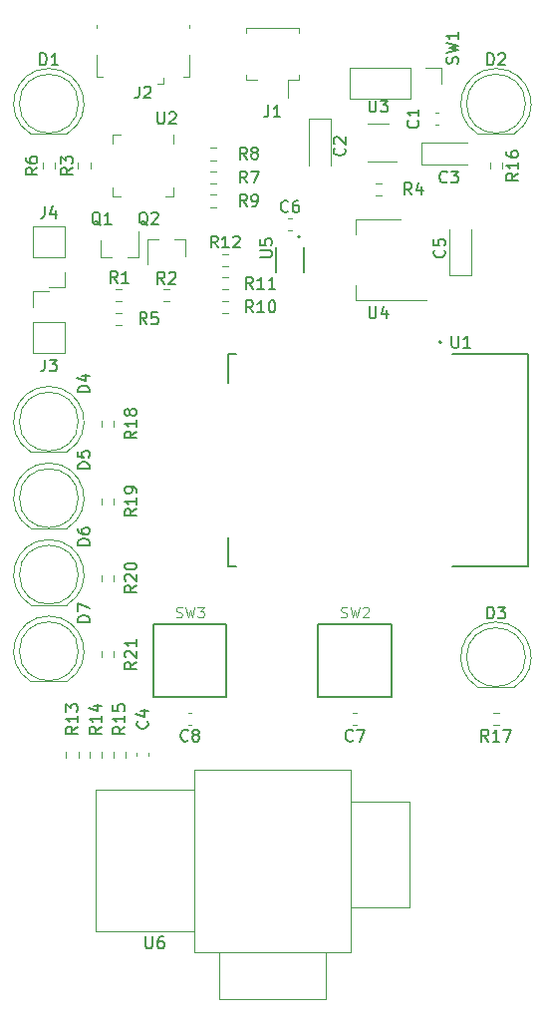
<source format=gbr>
G04 #@! TF.GenerationSoftware,KiCad,Pcbnew,(5.1.10)-1*
G04 #@! TF.CreationDate,2021-06-09T15:44:52+09:00*
G04 #@! TF.ProjectId,controller,636f6e74-726f-46c6-9c65-722e6b696361,rev?*
G04 #@! TF.SameCoordinates,Original*
G04 #@! TF.FileFunction,Legend,Top*
G04 #@! TF.FilePolarity,Positive*
%FSLAX46Y46*%
G04 Gerber Fmt 4.6, Leading zero omitted, Abs format (unit mm)*
G04 Created by KiCad (PCBNEW (5.1.10)-1) date 2021-06-09 15:44:52*
%MOMM*%
%LPD*%
G01*
G04 APERTURE LIST*
%ADD10C,0.127000*%
%ADD11C,0.200000*%
%ADD12C,0.120000*%
%ADD13C,0.066040*%
%ADD14C,0.150000*%
%ADD15C,0.101600*%
G04 APERTURE END LIST*
D10*
X43750000Y-46000000D02*
X37250000Y-46000000D01*
X43750000Y-28000000D02*
X43750000Y-46000000D01*
X37250000Y-28000000D02*
X43750000Y-28000000D01*
X18250000Y-46000000D02*
X18900000Y-46000000D01*
X18250000Y-43550000D02*
X18250000Y-46000000D01*
X18250000Y-28000000D02*
X18250000Y-30450000D01*
X18900000Y-28000000D02*
X18250000Y-28000000D01*
D11*
X36350000Y-27000000D02*
G75*
G03*
X36350000Y-27000000I-100000J0D01*
G01*
D12*
X28590000Y-3670000D02*
X28590000Y-6330000D01*
X33730000Y-3670000D02*
X28590000Y-3670000D01*
X33730000Y-6330000D02*
X28590000Y-6330000D01*
X33730000Y-3670000D02*
X33730000Y-6330000D01*
X35000000Y-3670000D02*
X36330000Y-3670000D01*
X36330000Y-3670000D02*
X36330000Y-5000000D01*
X15350000Y-63250000D02*
X28650000Y-63250000D01*
X28650000Y-63250000D02*
X28650000Y-78750000D01*
X28650000Y-78750000D02*
X15350000Y-78750000D01*
X15350000Y-78750000D02*
X15350000Y-63250000D01*
X15350000Y-65000000D02*
X7000000Y-65000000D01*
X7000000Y-65000000D02*
X7000000Y-77000000D01*
X7000000Y-77000000D02*
X15350000Y-77000000D01*
X17500000Y-78750000D02*
X17500000Y-82750000D01*
X17500000Y-82750000D02*
X26500000Y-82750000D01*
X26500000Y-82750000D02*
X26500000Y-78750000D01*
X28650000Y-75000000D02*
X33650000Y-75000000D01*
X33650000Y-75000000D02*
X33650000Y-66000000D01*
X33650000Y-66000000D02*
X28650000Y-66000000D01*
D11*
X24350000Y-18055000D02*
G75*
G03*
X24350000Y-18055000I-100000J0D01*
G01*
D10*
X24705000Y-18950000D02*
X24705000Y-21050000D01*
X22295000Y-18950000D02*
X22295000Y-21050000D01*
D12*
X29090000Y-16590000D02*
X29090000Y-17850000D01*
X29090000Y-23410000D02*
X29090000Y-22150000D01*
X32850000Y-16590000D02*
X29090000Y-16590000D01*
X35100000Y-23410000D02*
X29090000Y-23410000D01*
X31900000Y-8390000D02*
X30100000Y-8390000D01*
X30100000Y-11610000D02*
X32550000Y-11610000D01*
X13610000Y-13885000D02*
X13610000Y-14610000D01*
X13610000Y-14610000D02*
X12885000Y-14610000D01*
X8390000Y-10115000D02*
X8390000Y-9390000D01*
X8390000Y-9390000D02*
X9115000Y-9390000D01*
X8390000Y-13885000D02*
X8390000Y-14610000D01*
X8390000Y-14610000D02*
X9115000Y-14610000D01*
X13610000Y-10115000D02*
X13610000Y-9390000D01*
D10*
X11901200Y-57098800D02*
X11901200Y-50901200D01*
X18098800Y-57098800D02*
X11901200Y-57098800D01*
X18098800Y-50901200D02*
X18098800Y-57098800D01*
X11901200Y-50901200D02*
X18098800Y-50901200D01*
D13*
X11901200Y-57098800D02*
X11901200Y-50901200D01*
X11901200Y-50901200D02*
X18098800Y-50901200D01*
X18098800Y-57098800D02*
X18098800Y-50901200D01*
X11901200Y-57098800D02*
X18098800Y-57098800D01*
D10*
X25901200Y-57098800D02*
X25901200Y-50901200D01*
X32098800Y-57098800D02*
X25901200Y-57098800D01*
X32098800Y-50901200D02*
X32098800Y-57098800D01*
X25901200Y-50901200D02*
X32098800Y-50901200D01*
D13*
X25901200Y-57098800D02*
X25901200Y-50901200D01*
X25901200Y-50901200D02*
X32098800Y-50901200D01*
X32098800Y-57098800D02*
X32098800Y-50901200D01*
X25901200Y-57098800D02*
X32098800Y-57098800D01*
D12*
X7477500Y-53754724D02*
X7477500Y-53245276D01*
X8522500Y-53754724D02*
X8522500Y-53245276D01*
X7477500Y-47254724D02*
X7477500Y-46745276D01*
X8522500Y-47254724D02*
X8522500Y-46745276D01*
X7477500Y-40754724D02*
X7477500Y-40245276D01*
X8522500Y-40754724D02*
X8522500Y-40245276D01*
X7477500Y-34167224D02*
X7477500Y-33657776D01*
X8522500Y-34167224D02*
X8522500Y-33657776D01*
X41254724Y-59522500D02*
X40745276Y-59522500D01*
X41254724Y-58477500D02*
X40745276Y-58477500D01*
X41522500Y-11745276D02*
X41522500Y-12254724D01*
X40477500Y-11745276D02*
X40477500Y-12254724D01*
X8477500Y-62254724D02*
X8477500Y-61745276D01*
X9522500Y-62254724D02*
X9522500Y-61745276D01*
X7522500Y-61745276D02*
X7522500Y-62254724D01*
X6477500Y-61745276D02*
X6477500Y-62254724D01*
X4477500Y-62254724D02*
X4477500Y-61745276D01*
X5522500Y-62254724D02*
X5522500Y-61745276D01*
X18254724Y-20522500D02*
X17745276Y-20522500D01*
X18254724Y-19477500D02*
X17745276Y-19477500D01*
X18254724Y-22522500D02*
X17745276Y-22522500D01*
X18254724Y-21477500D02*
X17745276Y-21477500D01*
X18254724Y-24522500D02*
X17745276Y-24522500D01*
X18254724Y-23477500D02*
X17745276Y-23477500D01*
X17254724Y-15522500D02*
X16745276Y-15522500D01*
X17254724Y-14477500D02*
X16745276Y-14477500D01*
X17254724Y-11522500D02*
X16745276Y-11522500D01*
X17254724Y-10477500D02*
X16745276Y-10477500D01*
X17254724Y-13522500D02*
X16745276Y-13522500D01*
X17254724Y-12477500D02*
X16745276Y-12477500D01*
X2477500Y-12254724D02*
X2477500Y-11745276D01*
X3522500Y-12254724D02*
X3522500Y-11745276D01*
X8657776Y-24477500D02*
X9167224Y-24477500D01*
X8657776Y-25522500D02*
X9167224Y-25522500D01*
X30745276Y-13477500D02*
X31254724Y-13477500D01*
X30745276Y-14522500D02*
X31254724Y-14522500D01*
X5477500Y-12254724D02*
X5477500Y-11745276D01*
X6522500Y-12254724D02*
X6522500Y-11745276D01*
X12745276Y-22477500D02*
X13254724Y-22477500D01*
X12745276Y-23522500D02*
X13254724Y-23522500D01*
X9167224Y-23522500D02*
X8657776Y-23522500D01*
X9167224Y-22477500D02*
X8657776Y-22477500D01*
X14580000Y-18240000D02*
X13650000Y-18240000D01*
X11420000Y-18240000D02*
X12350000Y-18240000D01*
X11420000Y-18240000D02*
X11420000Y-20400000D01*
X14580000Y-18240000D02*
X14580000Y-19700000D01*
X7420000Y-19760000D02*
X8350000Y-19760000D01*
X10580000Y-19760000D02*
X9650000Y-19760000D01*
X10580000Y-19760000D02*
X10580000Y-17600000D01*
X7420000Y-19760000D02*
X7420000Y-18300000D01*
X4330000Y-17130000D02*
X1670000Y-17130000D01*
X4330000Y-19730000D02*
X4330000Y-17130000D01*
X1670000Y-19730000D02*
X1670000Y-17130000D01*
X4330000Y-19730000D02*
X1670000Y-19730000D01*
X4330000Y-21000000D02*
X4330000Y-22330000D01*
X4330000Y-22330000D02*
X3000000Y-22330000D01*
X1670000Y-27870000D02*
X4330000Y-27870000D01*
X1670000Y-25270000D02*
X1670000Y-27870000D01*
X4330000Y-25270000D02*
X4330000Y-27870000D01*
X1670000Y-25270000D02*
X4330000Y-25270000D01*
X1670000Y-24000000D02*
X1670000Y-22670000D01*
X1670000Y-22670000D02*
X3000000Y-22670000D01*
X14900000Y-4462500D02*
X14450000Y-4462500D01*
X14900000Y-2612500D02*
X14900000Y-4462500D01*
X7100000Y-62500D02*
X7100000Y-312500D01*
X14900000Y-62500D02*
X14900000Y-312500D01*
X7100000Y-2612500D02*
X7100000Y-4462500D01*
X7100000Y-4462500D02*
X7550000Y-4462500D01*
X12700000Y-5012500D02*
X12250000Y-5012500D01*
X12700000Y-5012500D02*
X12700000Y-4562500D01*
X24235000Y-4260000D02*
X24235000Y-4710000D01*
X24235000Y-4710000D02*
X23285000Y-4710000D01*
X23285000Y-4710000D02*
X23285000Y-6200000D01*
X19765000Y-4260000D02*
X19765000Y-4710000D01*
X19765000Y-4710000D02*
X20715000Y-4710000D01*
X24235000Y-740000D02*
X24235000Y-290000D01*
X24235000Y-290000D02*
X19765000Y-290000D01*
X19765000Y-290000D02*
X19765000Y-740000D01*
X2999538Y-50240000D02*
G75*
G02*
X4544830Y-55790000I462J-2990000D01*
G01*
X3000462Y-50240000D02*
G75*
G03*
X1455170Y-55790000I-462J-2990000D01*
G01*
X5500000Y-53230000D02*
G75*
G03*
X5500000Y-53230000I-2500000J0D01*
G01*
X1455000Y-55790000D02*
X4545000Y-55790000D01*
X2999538Y-43740000D02*
G75*
G02*
X4544830Y-49290000I462J-2990000D01*
G01*
X3000462Y-43740000D02*
G75*
G03*
X1455170Y-49290000I-462J-2990000D01*
G01*
X5500000Y-46730000D02*
G75*
G03*
X5500000Y-46730000I-2500000J0D01*
G01*
X1455000Y-49290000D02*
X4545000Y-49290000D01*
X2999538Y-37240000D02*
G75*
G02*
X4544830Y-42790000I462J-2990000D01*
G01*
X3000462Y-37240000D02*
G75*
G03*
X1455170Y-42790000I-462J-2990000D01*
G01*
X5500000Y-40230000D02*
G75*
G03*
X5500000Y-40230000I-2500000J0D01*
G01*
X1455000Y-42790000D02*
X4545000Y-42790000D01*
X2999538Y-30740000D02*
G75*
G02*
X4544830Y-36290000I462J-2990000D01*
G01*
X3000462Y-30740000D02*
G75*
G03*
X1455170Y-36290000I-462J-2990000D01*
G01*
X5500000Y-33730000D02*
G75*
G03*
X5500000Y-33730000I-2500000J0D01*
G01*
X1455000Y-36290000D02*
X4545000Y-36290000D01*
X40999538Y-50740000D02*
G75*
G02*
X42544830Y-56290000I462J-2990000D01*
G01*
X41000462Y-50740000D02*
G75*
G03*
X39455170Y-56290000I-462J-2990000D01*
G01*
X43500000Y-53730000D02*
G75*
G03*
X43500000Y-53730000I-2500000J0D01*
G01*
X39455000Y-56290000D02*
X42545000Y-56290000D01*
X40999538Y-3740000D02*
G75*
G02*
X42544830Y-9290000I462J-2990000D01*
G01*
X41000462Y-3740000D02*
G75*
G03*
X39455170Y-9290000I-462J-2990000D01*
G01*
X43500000Y-6730000D02*
G75*
G03*
X43500000Y-6730000I-2500000J0D01*
G01*
X39455000Y-9290000D02*
X42545000Y-9290000D01*
X2999538Y-3740000D02*
G75*
G02*
X4544830Y-9290000I462J-2990000D01*
G01*
X3000462Y-3740000D02*
G75*
G03*
X1455170Y-9290000I-462J-2990000D01*
G01*
X5500000Y-6730000D02*
G75*
G03*
X5500000Y-6730000I-2500000J0D01*
G01*
X1455000Y-9290000D02*
X4545000Y-9290000D01*
X15146267Y-59510000D02*
X14853733Y-59510000D01*
X15146267Y-58490000D02*
X14853733Y-58490000D01*
X29146267Y-59510000D02*
X28853733Y-59510000D01*
X29146267Y-58490000D02*
X28853733Y-58490000D01*
X23646267Y-17510000D02*
X23353733Y-17510000D01*
X23646267Y-16490000D02*
X23353733Y-16490000D01*
X37065000Y-17400000D02*
X37065000Y-21310000D01*
X37065000Y-21310000D02*
X38935000Y-21310000D01*
X38935000Y-21310000D02*
X38935000Y-17400000D01*
X10490000Y-62146267D02*
X10490000Y-61853733D01*
X11510000Y-62146267D02*
X11510000Y-61853733D01*
X38600000Y-10065000D02*
X34690000Y-10065000D01*
X34690000Y-10065000D02*
X34690000Y-11935000D01*
X34690000Y-11935000D02*
X38600000Y-11935000D01*
X26935000Y-11950000D02*
X26935000Y-8040000D01*
X26935000Y-8040000D02*
X25065000Y-8040000D01*
X25065000Y-8040000D02*
X25065000Y-11950000D01*
X35853733Y-7490000D02*
X36146267Y-7490000D01*
X35853733Y-8510000D02*
X36146267Y-8510000D01*
D14*
X37238095Y-26452380D02*
X37238095Y-27261904D01*
X37285714Y-27357142D01*
X37333333Y-27404761D01*
X37428571Y-27452380D01*
X37619047Y-27452380D01*
X37714285Y-27404761D01*
X37761904Y-27357142D01*
X37809523Y-27261904D01*
X37809523Y-26452380D01*
X38809523Y-27452380D02*
X38238095Y-27452380D01*
X38523809Y-27452380D02*
X38523809Y-26452380D01*
X38428571Y-26595238D01*
X38333333Y-26690476D01*
X38238095Y-26738095D01*
X37734761Y-3333333D02*
X37782380Y-3190476D01*
X37782380Y-2952380D01*
X37734761Y-2857142D01*
X37687142Y-2809523D01*
X37591904Y-2761904D01*
X37496666Y-2761904D01*
X37401428Y-2809523D01*
X37353809Y-2857142D01*
X37306190Y-2952380D01*
X37258571Y-3142857D01*
X37210952Y-3238095D01*
X37163333Y-3285714D01*
X37068095Y-3333333D01*
X36972857Y-3333333D01*
X36877619Y-3285714D01*
X36830000Y-3238095D01*
X36782380Y-3142857D01*
X36782380Y-2904761D01*
X36830000Y-2761904D01*
X36782380Y-2428571D02*
X37782380Y-2190476D01*
X37068095Y-2000000D01*
X37782380Y-1809523D01*
X36782380Y-1571428D01*
X37782380Y-666666D02*
X37782380Y-1238095D01*
X37782380Y-952380D02*
X36782380Y-952380D01*
X36925238Y-1047619D01*
X37020476Y-1142857D01*
X37068095Y-1238095D01*
X11238095Y-77452380D02*
X11238095Y-78261904D01*
X11285714Y-78357142D01*
X11333333Y-78404761D01*
X11428571Y-78452380D01*
X11619047Y-78452380D01*
X11714285Y-78404761D01*
X11761904Y-78357142D01*
X11809523Y-78261904D01*
X11809523Y-77452380D01*
X12714285Y-77452380D02*
X12523809Y-77452380D01*
X12428571Y-77500000D01*
X12380952Y-77547619D01*
X12285714Y-77690476D01*
X12238095Y-77880952D01*
X12238095Y-78261904D01*
X12285714Y-78357142D01*
X12333333Y-78404761D01*
X12428571Y-78452380D01*
X12619047Y-78452380D01*
X12714285Y-78404761D01*
X12761904Y-78357142D01*
X12809523Y-78261904D01*
X12809523Y-78023809D01*
X12761904Y-77928571D01*
X12714285Y-77880952D01*
X12619047Y-77833333D01*
X12428571Y-77833333D01*
X12333333Y-77880952D01*
X12285714Y-77928571D01*
X12238095Y-78023809D01*
X20952380Y-19761904D02*
X21761904Y-19761904D01*
X21857142Y-19714285D01*
X21904761Y-19666666D01*
X21952380Y-19571428D01*
X21952380Y-19380952D01*
X21904761Y-19285714D01*
X21857142Y-19238095D01*
X21761904Y-19190476D01*
X20952380Y-19190476D01*
X20952380Y-18238095D02*
X20952380Y-18714285D01*
X21428571Y-18761904D01*
X21380952Y-18714285D01*
X21333333Y-18619047D01*
X21333333Y-18380952D01*
X21380952Y-18285714D01*
X21428571Y-18238095D01*
X21523809Y-18190476D01*
X21761904Y-18190476D01*
X21857142Y-18238095D01*
X21904761Y-18285714D01*
X21952380Y-18380952D01*
X21952380Y-18619047D01*
X21904761Y-18714285D01*
X21857142Y-18761904D01*
X30238095Y-23952380D02*
X30238095Y-24761904D01*
X30285714Y-24857142D01*
X30333333Y-24904761D01*
X30428571Y-24952380D01*
X30619047Y-24952380D01*
X30714285Y-24904761D01*
X30761904Y-24857142D01*
X30809523Y-24761904D01*
X30809523Y-23952380D01*
X31714285Y-24285714D02*
X31714285Y-24952380D01*
X31476190Y-23904761D02*
X31238095Y-24619047D01*
X31857142Y-24619047D01*
X30238095Y-6452380D02*
X30238095Y-7261904D01*
X30285714Y-7357142D01*
X30333333Y-7404761D01*
X30428571Y-7452380D01*
X30619047Y-7452380D01*
X30714285Y-7404761D01*
X30761904Y-7357142D01*
X30809523Y-7261904D01*
X30809523Y-6452380D01*
X31190476Y-6452380D02*
X31809523Y-6452380D01*
X31476190Y-6833333D01*
X31619047Y-6833333D01*
X31714285Y-6880952D01*
X31761904Y-6928571D01*
X31809523Y-7023809D01*
X31809523Y-7261904D01*
X31761904Y-7357142D01*
X31714285Y-7404761D01*
X31619047Y-7452380D01*
X31333333Y-7452380D01*
X31238095Y-7404761D01*
X31190476Y-7357142D01*
X12238095Y-7452380D02*
X12238095Y-8261904D01*
X12285714Y-8357142D01*
X12333333Y-8404761D01*
X12428571Y-8452380D01*
X12619047Y-8452380D01*
X12714285Y-8404761D01*
X12761904Y-8357142D01*
X12809523Y-8261904D01*
X12809523Y-7452380D01*
X13238095Y-7547619D02*
X13285714Y-7500000D01*
X13380952Y-7452380D01*
X13619047Y-7452380D01*
X13714285Y-7500000D01*
X13761904Y-7547619D01*
X13809523Y-7642857D01*
X13809523Y-7738095D01*
X13761904Y-7880952D01*
X13190476Y-8452380D01*
X13809523Y-8452380D01*
D15*
X13814666Y-50295833D02*
X13941666Y-50338166D01*
X14153333Y-50338166D01*
X14238000Y-50295833D01*
X14280333Y-50253500D01*
X14322666Y-50168833D01*
X14322666Y-50084166D01*
X14280333Y-49999500D01*
X14238000Y-49957166D01*
X14153333Y-49914833D01*
X13984000Y-49872500D01*
X13899333Y-49830166D01*
X13857000Y-49787833D01*
X13814666Y-49703166D01*
X13814666Y-49618500D01*
X13857000Y-49533833D01*
X13899333Y-49491500D01*
X13984000Y-49449166D01*
X14195666Y-49449166D01*
X14322666Y-49491500D01*
X14619000Y-49449166D02*
X14830666Y-50338166D01*
X15000000Y-49703166D01*
X15169333Y-50338166D01*
X15381000Y-49449166D01*
X15635000Y-49449166D02*
X16185333Y-49449166D01*
X15889000Y-49787833D01*
X16016000Y-49787833D01*
X16100666Y-49830166D01*
X16143000Y-49872500D01*
X16185333Y-49957166D01*
X16185333Y-50168833D01*
X16143000Y-50253500D01*
X16100666Y-50295833D01*
X16016000Y-50338166D01*
X15762000Y-50338166D01*
X15677333Y-50295833D01*
X15635000Y-50253500D01*
X27814666Y-50295833D02*
X27941666Y-50338166D01*
X28153333Y-50338166D01*
X28238000Y-50295833D01*
X28280333Y-50253500D01*
X28322666Y-50168833D01*
X28322666Y-50084166D01*
X28280333Y-49999500D01*
X28238000Y-49957166D01*
X28153333Y-49914833D01*
X27984000Y-49872500D01*
X27899333Y-49830166D01*
X27857000Y-49787833D01*
X27814666Y-49703166D01*
X27814666Y-49618500D01*
X27857000Y-49533833D01*
X27899333Y-49491500D01*
X27984000Y-49449166D01*
X28195666Y-49449166D01*
X28322666Y-49491500D01*
X28619000Y-49449166D02*
X28830666Y-50338166D01*
X29000000Y-49703166D01*
X29169333Y-50338166D01*
X29381000Y-49449166D01*
X29677333Y-49533833D02*
X29719666Y-49491500D01*
X29804333Y-49449166D01*
X30016000Y-49449166D01*
X30100666Y-49491500D01*
X30143000Y-49533833D01*
X30185333Y-49618500D01*
X30185333Y-49703166D01*
X30143000Y-49830166D01*
X29635000Y-50338166D01*
X30185333Y-50338166D01*
D14*
X10452380Y-54142857D02*
X9976190Y-54476190D01*
X10452380Y-54714285D02*
X9452380Y-54714285D01*
X9452380Y-54333333D01*
X9500000Y-54238095D01*
X9547619Y-54190476D01*
X9642857Y-54142857D01*
X9785714Y-54142857D01*
X9880952Y-54190476D01*
X9928571Y-54238095D01*
X9976190Y-54333333D01*
X9976190Y-54714285D01*
X9547619Y-53761904D02*
X9500000Y-53714285D01*
X9452380Y-53619047D01*
X9452380Y-53380952D01*
X9500000Y-53285714D01*
X9547619Y-53238095D01*
X9642857Y-53190476D01*
X9738095Y-53190476D01*
X9880952Y-53238095D01*
X10452380Y-53809523D01*
X10452380Y-53190476D01*
X10452380Y-52238095D02*
X10452380Y-52809523D01*
X10452380Y-52523809D02*
X9452380Y-52523809D01*
X9595238Y-52619047D01*
X9690476Y-52714285D01*
X9738095Y-52809523D01*
X10452380Y-47642857D02*
X9976190Y-47976190D01*
X10452380Y-48214285D02*
X9452380Y-48214285D01*
X9452380Y-47833333D01*
X9500000Y-47738095D01*
X9547619Y-47690476D01*
X9642857Y-47642857D01*
X9785714Y-47642857D01*
X9880952Y-47690476D01*
X9928571Y-47738095D01*
X9976190Y-47833333D01*
X9976190Y-48214285D01*
X9547619Y-47261904D02*
X9500000Y-47214285D01*
X9452380Y-47119047D01*
X9452380Y-46880952D01*
X9500000Y-46785714D01*
X9547619Y-46738095D01*
X9642857Y-46690476D01*
X9738095Y-46690476D01*
X9880952Y-46738095D01*
X10452380Y-47309523D01*
X10452380Y-46690476D01*
X9452380Y-46071428D02*
X9452380Y-45976190D01*
X9500000Y-45880952D01*
X9547619Y-45833333D01*
X9642857Y-45785714D01*
X9833333Y-45738095D01*
X10071428Y-45738095D01*
X10261904Y-45785714D01*
X10357142Y-45833333D01*
X10404761Y-45880952D01*
X10452380Y-45976190D01*
X10452380Y-46071428D01*
X10404761Y-46166666D01*
X10357142Y-46214285D01*
X10261904Y-46261904D01*
X10071428Y-46309523D01*
X9833333Y-46309523D01*
X9642857Y-46261904D01*
X9547619Y-46214285D01*
X9500000Y-46166666D01*
X9452380Y-46071428D01*
X10452380Y-41142857D02*
X9976190Y-41476190D01*
X10452380Y-41714285D02*
X9452380Y-41714285D01*
X9452380Y-41333333D01*
X9500000Y-41238095D01*
X9547619Y-41190476D01*
X9642857Y-41142857D01*
X9785714Y-41142857D01*
X9880952Y-41190476D01*
X9928571Y-41238095D01*
X9976190Y-41333333D01*
X9976190Y-41714285D01*
X10452380Y-40190476D02*
X10452380Y-40761904D01*
X10452380Y-40476190D02*
X9452380Y-40476190D01*
X9595238Y-40571428D01*
X9690476Y-40666666D01*
X9738095Y-40761904D01*
X10452380Y-39714285D02*
X10452380Y-39523809D01*
X10404761Y-39428571D01*
X10357142Y-39380952D01*
X10214285Y-39285714D01*
X10023809Y-39238095D01*
X9642857Y-39238095D01*
X9547619Y-39285714D01*
X9500000Y-39333333D01*
X9452380Y-39428571D01*
X9452380Y-39619047D01*
X9500000Y-39714285D01*
X9547619Y-39761904D01*
X9642857Y-39809523D01*
X9880952Y-39809523D01*
X9976190Y-39761904D01*
X10023809Y-39714285D01*
X10071428Y-39619047D01*
X10071428Y-39428571D01*
X10023809Y-39333333D01*
X9976190Y-39285714D01*
X9880952Y-39238095D01*
X10452380Y-34555357D02*
X9976190Y-34888690D01*
X10452380Y-35126785D02*
X9452380Y-35126785D01*
X9452380Y-34745833D01*
X9500000Y-34650595D01*
X9547619Y-34602976D01*
X9642857Y-34555357D01*
X9785714Y-34555357D01*
X9880952Y-34602976D01*
X9928571Y-34650595D01*
X9976190Y-34745833D01*
X9976190Y-35126785D01*
X10452380Y-33602976D02*
X10452380Y-34174404D01*
X10452380Y-33888690D02*
X9452380Y-33888690D01*
X9595238Y-33983928D01*
X9690476Y-34079166D01*
X9738095Y-34174404D01*
X9880952Y-33031547D02*
X9833333Y-33126785D01*
X9785714Y-33174404D01*
X9690476Y-33222023D01*
X9642857Y-33222023D01*
X9547619Y-33174404D01*
X9500000Y-33126785D01*
X9452380Y-33031547D01*
X9452380Y-32841071D01*
X9500000Y-32745833D01*
X9547619Y-32698214D01*
X9642857Y-32650595D01*
X9690476Y-32650595D01*
X9785714Y-32698214D01*
X9833333Y-32745833D01*
X9880952Y-32841071D01*
X9880952Y-33031547D01*
X9928571Y-33126785D01*
X9976190Y-33174404D01*
X10071428Y-33222023D01*
X10261904Y-33222023D01*
X10357142Y-33174404D01*
X10404761Y-33126785D01*
X10452380Y-33031547D01*
X10452380Y-32841071D01*
X10404761Y-32745833D01*
X10357142Y-32698214D01*
X10261904Y-32650595D01*
X10071428Y-32650595D01*
X9976190Y-32698214D01*
X9928571Y-32745833D01*
X9880952Y-32841071D01*
X40357142Y-60882380D02*
X40023809Y-60406190D01*
X39785714Y-60882380D02*
X39785714Y-59882380D01*
X40166666Y-59882380D01*
X40261904Y-59930000D01*
X40309523Y-59977619D01*
X40357142Y-60072857D01*
X40357142Y-60215714D01*
X40309523Y-60310952D01*
X40261904Y-60358571D01*
X40166666Y-60406190D01*
X39785714Y-60406190D01*
X41309523Y-60882380D02*
X40738095Y-60882380D01*
X41023809Y-60882380D02*
X41023809Y-59882380D01*
X40928571Y-60025238D01*
X40833333Y-60120476D01*
X40738095Y-60168095D01*
X41642857Y-59882380D02*
X42309523Y-59882380D01*
X41880952Y-60882380D01*
X42882380Y-12642857D02*
X42406190Y-12976190D01*
X42882380Y-13214285D02*
X41882380Y-13214285D01*
X41882380Y-12833333D01*
X41930000Y-12738095D01*
X41977619Y-12690476D01*
X42072857Y-12642857D01*
X42215714Y-12642857D01*
X42310952Y-12690476D01*
X42358571Y-12738095D01*
X42406190Y-12833333D01*
X42406190Y-13214285D01*
X42882380Y-11690476D02*
X42882380Y-12261904D01*
X42882380Y-11976190D02*
X41882380Y-11976190D01*
X42025238Y-12071428D01*
X42120476Y-12166666D01*
X42168095Y-12261904D01*
X41882380Y-10833333D02*
X41882380Y-11023809D01*
X41930000Y-11119047D01*
X41977619Y-11166666D01*
X42120476Y-11261904D01*
X42310952Y-11309523D01*
X42691904Y-11309523D01*
X42787142Y-11261904D01*
X42834761Y-11214285D01*
X42882380Y-11119047D01*
X42882380Y-10928571D01*
X42834761Y-10833333D01*
X42787142Y-10785714D01*
X42691904Y-10738095D01*
X42453809Y-10738095D01*
X42358571Y-10785714D01*
X42310952Y-10833333D01*
X42263333Y-10928571D01*
X42263333Y-11119047D01*
X42310952Y-11214285D01*
X42358571Y-11261904D01*
X42453809Y-11309523D01*
X9452380Y-59642857D02*
X8976190Y-59976190D01*
X9452380Y-60214285D02*
X8452380Y-60214285D01*
X8452380Y-59833333D01*
X8500000Y-59738095D01*
X8547619Y-59690476D01*
X8642857Y-59642857D01*
X8785714Y-59642857D01*
X8880952Y-59690476D01*
X8928571Y-59738095D01*
X8976190Y-59833333D01*
X8976190Y-60214285D01*
X9452380Y-58690476D02*
X9452380Y-59261904D01*
X9452380Y-58976190D02*
X8452380Y-58976190D01*
X8595238Y-59071428D01*
X8690476Y-59166666D01*
X8738095Y-59261904D01*
X8452380Y-57785714D02*
X8452380Y-58261904D01*
X8928571Y-58309523D01*
X8880952Y-58261904D01*
X8833333Y-58166666D01*
X8833333Y-57928571D01*
X8880952Y-57833333D01*
X8928571Y-57785714D01*
X9023809Y-57738095D01*
X9261904Y-57738095D01*
X9357142Y-57785714D01*
X9404761Y-57833333D01*
X9452380Y-57928571D01*
X9452380Y-58166666D01*
X9404761Y-58261904D01*
X9357142Y-58309523D01*
X7452380Y-59642857D02*
X6976190Y-59976190D01*
X7452380Y-60214285D02*
X6452380Y-60214285D01*
X6452380Y-59833333D01*
X6500000Y-59738095D01*
X6547619Y-59690476D01*
X6642857Y-59642857D01*
X6785714Y-59642857D01*
X6880952Y-59690476D01*
X6928571Y-59738095D01*
X6976190Y-59833333D01*
X6976190Y-60214285D01*
X7452380Y-58690476D02*
X7452380Y-59261904D01*
X7452380Y-58976190D02*
X6452380Y-58976190D01*
X6595238Y-59071428D01*
X6690476Y-59166666D01*
X6738095Y-59261904D01*
X6785714Y-57833333D02*
X7452380Y-57833333D01*
X6404761Y-58071428D02*
X7119047Y-58309523D01*
X7119047Y-57690476D01*
X5452380Y-59642857D02*
X4976190Y-59976190D01*
X5452380Y-60214285D02*
X4452380Y-60214285D01*
X4452380Y-59833333D01*
X4500000Y-59738095D01*
X4547619Y-59690476D01*
X4642857Y-59642857D01*
X4785714Y-59642857D01*
X4880952Y-59690476D01*
X4928571Y-59738095D01*
X4976190Y-59833333D01*
X4976190Y-60214285D01*
X5452380Y-58690476D02*
X5452380Y-59261904D01*
X5452380Y-58976190D02*
X4452380Y-58976190D01*
X4595238Y-59071428D01*
X4690476Y-59166666D01*
X4738095Y-59261904D01*
X4452380Y-58357142D02*
X4452380Y-57738095D01*
X4833333Y-58071428D01*
X4833333Y-57928571D01*
X4880952Y-57833333D01*
X4928571Y-57785714D01*
X5023809Y-57738095D01*
X5261904Y-57738095D01*
X5357142Y-57785714D01*
X5404761Y-57833333D01*
X5452380Y-57928571D01*
X5452380Y-58214285D01*
X5404761Y-58309523D01*
X5357142Y-58357142D01*
X17357142Y-18952380D02*
X17023809Y-18476190D01*
X16785714Y-18952380D02*
X16785714Y-17952380D01*
X17166666Y-17952380D01*
X17261904Y-18000000D01*
X17309523Y-18047619D01*
X17357142Y-18142857D01*
X17357142Y-18285714D01*
X17309523Y-18380952D01*
X17261904Y-18428571D01*
X17166666Y-18476190D01*
X16785714Y-18476190D01*
X18309523Y-18952380D02*
X17738095Y-18952380D01*
X18023809Y-18952380D02*
X18023809Y-17952380D01*
X17928571Y-18095238D01*
X17833333Y-18190476D01*
X17738095Y-18238095D01*
X18690476Y-18047619D02*
X18738095Y-18000000D01*
X18833333Y-17952380D01*
X19071428Y-17952380D01*
X19166666Y-18000000D01*
X19214285Y-18047619D01*
X19261904Y-18142857D01*
X19261904Y-18238095D01*
X19214285Y-18380952D01*
X18642857Y-18952380D01*
X19261904Y-18952380D01*
X20357142Y-22452380D02*
X20023809Y-21976190D01*
X19785714Y-22452380D02*
X19785714Y-21452380D01*
X20166666Y-21452380D01*
X20261904Y-21500000D01*
X20309523Y-21547619D01*
X20357142Y-21642857D01*
X20357142Y-21785714D01*
X20309523Y-21880952D01*
X20261904Y-21928571D01*
X20166666Y-21976190D01*
X19785714Y-21976190D01*
X21309523Y-22452380D02*
X20738095Y-22452380D01*
X21023809Y-22452380D02*
X21023809Y-21452380D01*
X20928571Y-21595238D01*
X20833333Y-21690476D01*
X20738095Y-21738095D01*
X22261904Y-22452380D02*
X21690476Y-22452380D01*
X21976190Y-22452380D02*
X21976190Y-21452380D01*
X21880952Y-21595238D01*
X21785714Y-21690476D01*
X21690476Y-21738095D01*
X20357142Y-24452380D02*
X20023809Y-23976190D01*
X19785714Y-24452380D02*
X19785714Y-23452380D01*
X20166666Y-23452380D01*
X20261904Y-23500000D01*
X20309523Y-23547619D01*
X20357142Y-23642857D01*
X20357142Y-23785714D01*
X20309523Y-23880952D01*
X20261904Y-23928571D01*
X20166666Y-23976190D01*
X19785714Y-23976190D01*
X21309523Y-24452380D02*
X20738095Y-24452380D01*
X21023809Y-24452380D02*
X21023809Y-23452380D01*
X20928571Y-23595238D01*
X20833333Y-23690476D01*
X20738095Y-23738095D01*
X21928571Y-23452380D02*
X22023809Y-23452380D01*
X22119047Y-23500000D01*
X22166666Y-23547619D01*
X22214285Y-23642857D01*
X22261904Y-23833333D01*
X22261904Y-24071428D01*
X22214285Y-24261904D01*
X22166666Y-24357142D01*
X22119047Y-24404761D01*
X22023809Y-24452380D01*
X21928571Y-24452380D01*
X21833333Y-24404761D01*
X21785714Y-24357142D01*
X21738095Y-24261904D01*
X21690476Y-24071428D01*
X21690476Y-23833333D01*
X21738095Y-23642857D01*
X21785714Y-23547619D01*
X21833333Y-23500000D01*
X21928571Y-23452380D01*
X19833333Y-15452380D02*
X19500000Y-14976190D01*
X19261904Y-15452380D02*
X19261904Y-14452380D01*
X19642857Y-14452380D01*
X19738095Y-14500000D01*
X19785714Y-14547619D01*
X19833333Y-14642857D01*
X19833333Y-14785714D01*
X19785714Y-14880952D01*
X19738095Y-14928571D01*
X19642857Y-14976190D01*
X19261904Y-14976190D01*
X20309523Y-15452380D02*
X20500000Y-15452380D01*
X20595238Y-15404761D01*
X20642857Y-15357142D01*
X20738095Y-15214285D01*
X20785714Y-15023809D01*
X20785714Y-14642857D01*
X20738095Y-14547619D01*
X20690476Y-14500000D01*
X20595238Y-14452380D01*
X20404761Y-14452380D01*
X20309523Y-14500000D01*
X20261904Y-14547619D01*
X20214285Y-14642857D01*
X20214285Y-14880952D01*
X20261904Y-14976190D01*
X20309523Y-15023809D01*
X20404761Y-15071428D01*
X20595238Y-15071428D01*
X20690476Y-15023809D01*
X20738095Y-14976190D01*
X20785714Y-14880952D01*
X19833333Y-11452380D02*
X19500000Y-10976190D01*
X19261904Y-11452380D02*
X19261904Y-10452380D01*
X19642857Y-10452380D01*
X19738095Y-10500000D01*
X19785714Y-10547619D01*
X19833333Y-10642857D01*
X19833333Y-10785714D01*
X19785714Y-10880952D01*
X19738095Y-10928571D01*
X19642857Y-10976190D01*
X19261904Y-10976190D01*
X20404761Y-10880952D02*
X20309523Y-10833333D01*
X20261904Y-10785714D01*
X20214285Y-10690476D01*
X20214285Y-10642857D01*
X20261904Y-10547619D01*
X20309523Y-10500000D01*
X20404761Y-10452380D01*
X20595238Y-10452380D01*
X20690476Y-10500000D01*
X20738095Y-10547619D01*
X20785714Y-10642857D01*
X20785714Y-10690476D01*
X20738095Y-10785714D01*
X20690476Y-10833333D01*
X20595238Y-10880952D01*
X20404761Y-10880952D01*
X20309523Y-10928571D01*
X20261904Y-10976190D01*
X20214285Y-11071428D01*
X20214285Y-11261904D01*
X20261904Y-11357142D01*
X20309523Y-11404761D01*
X20404761Y-11452380D01*
X20595238Y-11452380D01*
X20690476Y-11404761D01*
X20738095Y-11357142D01*
X20785714Y-11261904D01*
X20785714Y-11071428D01*
X20738095Y-10976190D01*
X20690476Y-10928571D01*
X20595238Y-10880952D01*
X19833333Y-13452380D02*
X19500000Y-12976190D01*
X19261904Y-13452380D02*
X19261904Y-12452380D01*
X19642857Y-12452380D01*
X19738095Y-12500000D01*
X19785714Y-12547619D01*
X19833333Y-12642857D01*
X19833333Y-12785714D01*
X19785714Y-12880952D01*
X19738095Y-12928571D01*
X19642857Y-12976190D01*
X19261904Y-12976190D01*
X20166666Y-12452380D02*
X20833333Y-12452380D01*
X20404761Y-13452380D01*
X2022380Y-12166666D02*
X1546190Y-12500000D01*
X2022380Y-12738095D02*
X1022380Y-12738095D01*
X1022380Y-12357142D01*
X1070000Y-12261904D01*
X1117619Y-12214285D01*
X1212857Y-12166666D01*
X1355714Y-12166666D01*
X1450952Y-12214285D01*
X1498571Y-12261904D01*
X1546190Y-12357142D01*
X1546190Y-12738095D01*
X1022380Y-11309523D02*
X1022380Y-11500000D01*
X1070000Y-11595238D01*
X1117619Y-11642857D01*
X1260476Y-11738095D01*
X1450952Y-11785714D01*
X1831904Y-11785714D01*
X1927142Y-11738095D01*
X1974761Y-11690476D01*
X2022380Y-11595238D01*
X2022380Y-11404761D01*
X1974761Y-11309523D01*
X1927142Y-11261904D01*
X1831904Y-11214285D01*
X1593809Y-11214285D01*
X1498571Y-11261904D01*
X1450952Y-11309523D01*
X1403333Y-11404761D01*
X1403333Y-11595238D01*
X1450952Y-11690476D01*
X1498571Y-11738095D01*
X1593809Y-11785714D01*
X11333333Y-25452380D02*
X11000000Y-24976190D01*
X10761904Y-25452380D02*
X10761904Y-24452380D01*
X11142857Y-24452380D01*
X11238095Y-24500000D01*
X11285714Y-24547619D01*
X11333333Y-24642857D01*
X11333333Y-24785714D01*
X11285714Y-24880952D01*
X11238095Y-24928571D01*
X11142857Y-24976190D01*
X10761904Y-24976190D01*
X12238095Y-24452380D02*
X11761904Y-24452380D01*
X11714285Y-24928571D01*
X11761904Y-24880952D01*
X11857142Y-24833333D01*
X12095238Y-24833333D01*
X12190476Y-24880952D01*
X12238095Y-24928571D01*
X12285714Y-25023809D01*
X12285714Y-25261904D01*
X12238095Y-25357142D01*
X12190476Y-25404761D01*
X12095238Y-25452380D01*
X11857142Y-25452380D01*
X11761904Y-25404761D01*
X11714285Y-25357142D01*
X33833333Y-14452380D02*
X33500000Y-13976190D01*
X33261904Y-14452380D02*
X33261904Y-13452380D01*
X33642857Y-13452380D01*
X33738095Y-13500000D01*
X33785714Y-13547619D01*
X33833333Y-13642857D01*
X33833333Y-13785714D01*
X33785714Y-13880952D01*
X33738095Y-13928571D01*
X33642857Y-13976190D01*
X33261904Y-13976190D01*
X34690476Y-13785714D02*
X34690476Y-14452380D01*
X34452380Y-13404761D02*
X34214285Y-14119047D01*
X34833333Y-14119047D01*
X5022380Y-12166666D02*
X4546190Y-12500000D01*
X5022380Y-12738095D02*
X4022380Y-12738095D01*
X4022380Y-12357142D01*
X4070000Y-12261904D01*
X4117619Y-12214285D01*
X4212857Y-12166666D01*
X4355714Y-12166666D01*
X4450952Y-12214285D01*
X4498571Y-12261904D01*
X4546190Y-12357142D01*
X4546190Y-12738095D01*
X4022380Y-11833333D02*
X4022380Y-11214285D01*
X4403333Y-11547619D01*
X4403333Y-11404761D01*
X4450952Y-11309523D01*
X4498571Y-11261904D01*
X4593809Y-11214285D01*
X4831904Y-11214285D01*
X4927142Y-11261904D01*
X4974761Y-11309523D01*
X5022380Y-11404761D01*
X5022380Y-11690476D01*
X4974761Y-11785714D01*
X4927142Y-11833333D01*
X12833333Y-22022380D02*
X12500000Y-21546190D01*
X12261904Y-22022380D02*
X12261904Y-21022380D01*
X12642857Y-21022380D01*
X12738095Y-21070000D01*
X12785714Y-21117619D01*
X12833333Y-21212857D01*
X12833333Y-21355714D01*
X12785714Y-21450952D01*
X12738095Y-21498571D01*
X12642857Y-21546190D01*
X12261904Y-21546190D01*
X13214285Y-21117619D02*
X13261904Y-21070000D01*
X13357142Y-21022380D01*
X13595238Y-21022380D01*
X13690476Y-21070000D01*
X13738095Y-21117619D01*
X13785714Y-21212857D01*
X13785714Y-21308095D01*
X13738095Y-21450952D01*
X13166666Y-22022380D01*
X13785714Y-22022380D01*
X8833333Y-21952380D02*
X8500000Y-21476190D01*
X8261904Y-21952380D02*
X8261904Y-20952380D01*
X8642857Y-20952380D01*
X8738095Y-21000000D01*
X8785714Y-21047619D01*
X8833333Y-21142857D01*
X8833333Y-21285714D01*
X8785714Y-21380952D01*
X8738095Y-21428571D01*
X8642857Y-21476190D01*
X8261904Y-21476190D01*
X9785714Y-21952380D02*
X9214285Y-21952380D01*
X9500000Y-21952380D02*
X9500000Y-20952380D01*
X9404761Y-21095238D01*
X9309523Y-21190476D01*
X9214285Y-21238095D01*
X11404761Y-17047619D02*
X11309523Y-17000000D01*
X11214285Y-16904761D01*
X11071428Y-16761904D01*
X10976190Y-16714285D01*
X10880952Y-16714285D01*
X10928571Y-16952380D02*
X10833333Y-16904761D01*
X10738095Y-16809523D01*
X10690476Y-16619047D01*
X10690476Y-16285714D01*
X10738095Y-16095238D01*
X10833333Y-16000000D01*
X10928571Y-15952380D01*
X11119047Y-15952380D01*
X11214285Y-16000000D01*
X11309523Y-16095238D01*
X11357142Y-16285714D01*
X11357142Y-16619047D01*
X11309523Y-16809523D01*
X11214285Y-16904761D01*
X11119047Y-16952380D01*
X10928571Y-16952380D01*
X11738095Y-16047619D02*
X11785714Y-16000000D01*
X11880952Y-15952380D01*
X12119047Y-15952380D01*
X12214285Y-16000000D01*
X12261904Y-16047619D01*
X12309523Y-16142857D01*
X12309523Y-16238095D01*
X12261904Y-16380952D01*
X11690476Y-16952380D01*
X12309523Y-16952380D01*
X7404761Y-17047619D02*
X7309523Y-17000000D01*
X7214285Y-16904761D01*
X7071428Y-16761904D01*
X6976190Y-16714285D01*
X6880952Y-16714285D01*
X6928571Y-16952380D02*
X6833333Y-16904761D01*
X6738095Y-16809523D01*
X6690476Y-16619047D01*
X6690476Y-16285714D01*
X6738095Y-16095238D01*
X6833333Y-16000000D01*
X6928571Y-15952380D01*
X7119047Y-15952380D01*
X7214285Y-16000000D01*
X7309523Y-16095238D01*
X7357142Y-16285714D01*
X7357142Y-16619047D01*
X7309523Y-16809523D01*
X7214285Y-16904761D01*
X7119047Y-16952380D01*
X6928571Y-16952380D01*
X8309523Y-16952380D02*
X7738095Y-16952380D01*
X8023809Y-16952380D02*
X8023809Y-15952380D01*
X7928571Y-16095238D01*
X7833333Y-16190476D01*
X7738095Y-16238095D01*
X2666666Y-15452380D02*
X2666666Y-16166666D01*
X2619047Y-16309523D01*
X2523809Y-16404761D01*
X2380952Y-16452380D01*
X2285714Y-16452380D01*
X3571428Y-15785714D02*
X3571428Y-16452380D01*
X3333333Y-15404761D02*
X3095238Y-16119047D01*
X3714285Y-16119047D01*
X2666666Y-28452380D02*
X2666666Y-29166666D01*
X2619047Y-29309523D01*
X2523809Y-29404761D01*
X2380952Y-29452380D01*
X2285714Y-29452380D01*
X3047619Y-28452380D02*
X3666666Y-28452380D01*
X3333333Y-28833333D01*
X3476190Y-28833333D01*
X3571428Y-28880952D01*
X3619047Y-28928571D01*
X3666666Y-29023809D01*
X3666666Y-29261904D01*
X3619047Y-29357142D01*
X3571428Y-29404761D01*
X3476190Y-29452380D01*
X3190476Y-29452380D01*
X3095238Y-29404761D01*
X3047619Y-29357142D01*
X10666666Y-5264880D02*
X10666666Y-5979166D01*
X10619047Y-6122023D01*
X10523809Y-6217261D01*
X10380952Y-6264880D01*
X10285714Y-6264880D01*
X11095238Y-5360119D02*
X11142857Y-5312500D01*
X11238095Y-5264880D01*
X11476190Y-5264880D01*
X11571428Y-5312500D01*
X11619047Y-5360119D01*
X11666666Y-5455357D01*
X11666666Y-5550595D01*
X11619047Y-5693452D01*
X11047619Y-6264880D01*
X11666666Y-6264880D01*
X21666666Y-6852380D02*
X21666666Y-7566666D01*
X21619047Y-7709523D01*
X21523809Y-7804761D01*
X21380952Y-7852380D01*
X21285714Y-7852380D01*
X22666666Y-7852380D02*
X22095238Y-7852380D01*
X22380952Y-7852380D02*
X22380952Y-6852380D01*
X22285714Y-6995238D01*
X22190476Y-7090476D01*
X22095238Y-7138095D01*
X6452380Y-50738095D02*
X5452380Y-50738095D01*
X5452380Y-50500000D01*
X5500000Y-50357142D01*
X5595238Y-50261904D01*
X5690476Y-50214285D01*
X5880952Y-50166666D01*
X6023809Y-50166666D01*
X6214285Y-50214285D01*
X6309523Y-50261904D01*
X6404761Y-50357142D01*
X6452380Y-50500000D01*
X6452380Y-50738095D01*
X5452380Y-49833333D02*
X5452380Y-49166666D01*
X6452380Y-49595238D01*
X6452380Y-44238095D02*
X5452380Y-44238095D01*
X5452380Y-44000000D01*
X5500000Y-43857142D01*
X5595238Y-43761904D01*
X5690476Y-43714285D01*
X5880952Y-43666666D01*
X6023809Y-43666666D01*
X6214285Y-43714285D01*
X6309523Y-43761904D01*
X6404761Y-43857142D01*
X6452380Y-44000000D01*
X6452380Y-44238095D01*
X5452380Y-42809523D02*
X5452380Y-43000000D01*
X5500000Y-43095238D01*
X5547619Y-43142857D01*
X5690476Y-43238095D01*
X5880952Y-43285714D01*
X6261904Y-43285714D01*
X6357142Y-43238095D01*
X6404761Y-43190476D01*
X6452380Y-43095238D01*
X6452380Y-42904761D01*
X6404761Y-42809523D01*
X6357142Y-42761904D01*
X6261904Y-42714285D01*
X6023809Y-42714285D01*
X5928571Y-42761904D01*
X5880952Y-42809523D01*
X5833333Y-42904761D01*
X5833333Y-43095238D01*
X5880952Y-43190476D01*
X5928571Y-43238095D01*
X6023809Y-43285714D01*
X6452380Y-37738095D02*
X5452380Y-37738095D01*
X5452380Y-37500000D01*
X5500000Y-37357142D01*
X5595238Y-37261904D01*
X5690476Y-37214285D01*
X5880952Y-37166666D01*
X6023809Y-37166666D01*
X6214285Y-37214285D01*
X6309523Y-37261904D01*
X6404761Y-37357142D01*
X6452380Y-37500000D01*
X6452380Y-37738095D01*
X5452380Y-36261904D02*
X5452380Y-36738095D01*
X5928571Y-36785714D01*
X5880952Y-36738095D01*
X5833333Y-36642857D01*
X5833333Y-36404761D01*
X5880952Y-36309523D01*
X5928571Y-36261904D01*
X6023809Y-36214285D01*
X6261904Y-36214285D01*
X6357142Y-36261904D01*
X6404761Y-36309523D01*
X6452380Y-36404761D01*
X6452380Y-36642857D01*
X6404761Y-36738095D01*
X6357142Y-36785714D01*
X6452380Y-31238095D02*
X5452380Y-31238095D01*
X5452380Y-31000000D01*
X5500000Y-30857142D01*
X5595238Y-30761904D01*
X5690476Y-30714285D01*
X5880952Y-30666666D01*
X6023809Y-30666666D01*
X6214285Y-30714285D01*
X6309523Y-30761904D01*
X6404761Y-30857142D01*
X6452380Y-31000000D01*
X6452380Y-31238095D01*
X5785714Y-29809523D02*
X6452380Y-29809523D01*
X5404761Y-30047619D02*
X6119047Y-30285714D01*
X6119047Y-29666666D01*
X40261904Y-50452380D02*
X40261904Y-49452380D01*
X40500000Y-49452380D01*
X40642857Y-49500000D01*
X40738095Y-49595238D01*
X40785714Y-49690476D01*
X40833333Y-49880952D01*
X40833333Y-50023809D01*
X40785714Y-50214285D01*
X40738095Y-50309523D01*
X40642857Y-50404761D01*
X40500000Y-50452380D01*
X40261904Y-50452380D01*
X41166666Y-49452380D02*
X41785714Y-49452380D01*
X41452380Y-49833333D01*
X41595238Y-49833333D01*
X41690476Y-49880952D01*
X41738095Y-49928571D01*
X41785714Y-50023809D01*
X41785714Y-50261904D01*
X41738095Y-50357142D01*
X41690476Y-50404761D01*
X41595238Y-50452380D01*
X41309523Y-50452380D01*
X41214285Y-50404761D01*
X41166666Y-50357142D01*
X40261904Y-3452380D02*
X40261904Y-2452380D01*
X40500000Y-2452380D01*
X40642857Y-2500000D01*
X40738095Y-2595238D01*
X40785714Y-2690476D01*
X40833333Y-2880952D01*
X40833333Y-3023809D01*
X40785714Y-3214285D01*
X40738095Y-3309523D01*
X40642857Y-3404761D01*
X40500000Y-3452380D01*
X40261904Y-3452380D01*
X41214285Y-2547619D02*
X41261904Y-2500000D01*
X41357142Y-2452380D01*
X41595238Y-2452380D01*
X41690476Y-2500000D01*
X41738095Y-2547619D01*
X41785714Y-2642857D01*
X41785714Y-2738095D01*
X41738095Y-2880952D01*
X41166666Y-3452380D01*
X41785714Y-3452380D01*
X2261904Y-3452380D02*
X2261904Y-2452380D01*
X2500000Y-2452380D01*
X2642857Y-2500000D01*
X2738095Y-2595238D01*
X2785714Y-2690476D01*
X2833333Y-2880952D01*
X2833333Y-3023809D01*
X2785714Y-3214285D01*
X2738095Y-3309523D01*
X2642857Y-3404761D01*
X2500000Y-3452380D01*
X2261904Y-3452380D01*
X3785714Y-3452380D02*
X3214285Y-3452380D01*
X3500000Y-3452380D02*
X3500000Y-2452380D01*
X3404761Y-2595238D01*
X3309523Y-2690476D01*
X3214285Y-2738095D01*
X14833333Y-60787142D02*
X14785714Y-60834761D01*
X14642857Y-60882380D01*
X14547619Y-60882380D01*
X14404761Y-60834761D01*
X14309523Y-60739523D01*
X14261904Y-60644285D01*
X14214285Y-60453809D01*
X14214285Y-60310952D01*
X14261904Y-60120476D01*
X14309523Y-60025238D01*
X14404761Y-59930000D01*
X14547619Y-59882380D01*
X14642857Y-59882380D01*
X14785714Y-59930000D01*
X14833333Y-59977619D01*
X15404761Y-60310952D02*
X15309523Y-60263333D01*
X15261904Y-60215714D01*
X15214285Y-60120476D01*
X15214285Y-60072857D01*
X15261904Y-59977619D01*
X15309523Y-59930000D01*
X15404761Y-59882380D01*
X15595238Y-59882380D01*
X15690476Y-59930000D01*
X15738095Y-59977619D01*
X15785714Y-60072857D01*
X15785714Y-60120476D01*
X15738095Y-60215714D01*
X15690476Y-60263333D01*
X15595238Y-60310952D01*
X15404761Y-60310952D01*
X15309523Y-60358571D01*
X15261904Y-60406190D01*
X15214285Y-60501428D01*
X15214285Y-60691904D01*
X15261904Y-60787142D01*
X15309523Y-60834761D01*
X15404761Y-60882380D01*
X15595238Y-60882380D01*
X15690476Y-60834761D01*
X15738095Y-60787142D01*
X15785714Y-60691904D01*
X15785714Y-60501428D01*
X15738095Y-60406190D01*
X15690476Y-60358571D01*
X15595238Y-60310952D01*
X28833333Y-60787142D02*
X28785714Y-60834761D01*
X28642857Y-60882380D01*
X28547619Y-60882380D01*
X28404761Y-60834761D01*
X28309523Y-60739523D01*
X28261904Y-60644285D01*
X28214285Y-60453809D01*
X28214285Y-60310952D01*
X28261904Y-60120476D01*
X28309523Y-60025238D01*
X28404761Y-59930000D01*
X28547619Y-59882380D01*
X28642857Y-59882380D01*
X28785714Y-59930000D01*
X28833333Y-59977619D01*
X29166666Y-59882380D02*
X29833333Y-59882380D01*
X29404761Y-60882380D01*
X23333333Y-15857142D02*
X23285714Y-15904761D01*
X23142857Y-15952380D01*
X23047619Y-15952380D01*
X22904761Y-15904761D01*
X22809523Y-15809523D01*
X22761904Y-15714285D01*
X22714285Y-15523809D01*
X22714285Y-15380952D01*
X22761904Y-15190476D01*
X22809523Y-15095238D01*
X22904761Y-15000000D01*
X23047619Y-14952380D01*
X23142857Y-14952380D01*
X23285714Y-15000000D01*
X23333333Y-15047619D01*
X24190476Y-14952380D02*
X24000000Y-14952380D01*
X23904761Y-15000000D01*
X23857142Y-15047619D01*
X23761904Y-15190476D01*
X23714285Y-15380952D01*
X23714285Y-15761904D01*
X23761904Y-15857142D01*
X23809523Y-15904761D01*
X23904761Y-15952380D01*
X24095238Y-15952380D01*
X24190476Y-15904761D01*
X24238095Y-15857142D01*
X24285714Y-15761904D01*
X24285714Y-15523809D01*
X24238095Y-15428571D01*
X24190476Y-15380952D01*
X24095238Y-15333333D01*
X23904761Y-15333333D01*
X23809523Y-15380952D01*
X23761904Y-15428571D01*
X23714285Y-15523809D01*
X36607142Y-19166666D02*
X36654761Y-19214285D01*
X36702380Y-19357142D01*
X36702380Y-19452380D01*
X36654761Y-19595238D01*
X36559523Y-19690476D01*
X36464285Y-19738095D01*
X36273809Y-19785714D01*
X36130952Y-19785714D01*
X35940476Y-19738095D01*
X35845238Y-19690476D01*
X35750000Y-19595238D01*
X35702380Y-19452380D01*
X35702380Y-19357142D01*
X35750000Y-19214285D01*
X35797619Y-19166666D01*
X35702380Y-18261904D02*
X35702380Y-18738095D01*
X36178571Y-18785714D01*
X36130952Y-18738095D01*
X36083333Y-18642857D01*
X36083333Y-18404761D01*
X36130952Y-18309523D01*
X36178571Y-18261904D01*
X36273809Y-18214285D01*
X36511904Y-18214285D01*
X36607142Y-18261904D01*
X36654761Y-18309523D01*
X36702380Y-18404761D01*
X36702380Y-18642857D01*
X36654761Y-18738095D01*
X36607142Y-18785714D01*
X11357142Y-59166666D02*
X11404761Y-59214285D01*
X11452380Y-59357142D01*
X11452380Y-59452380D01*
X11404761Y-59595238D01*
X11309523Y-59690476D01*
X11214285Y-59738095D01*
X11023809Y-59785714D01*
X10880952Y-59785714D01*
X10690476Y-59738095D01*
X10595238Y-59690476D01*
X10500000Y-59595238D01*
X10452380Y-59452380D01*
X10452380Y-59357142D01*
X10500000Y-59214285D01*
X10547619Y-59166666D01*
X10785714Y-58309523D02*
X11452380Y-58309523D01*
X10404761Y-58547619D02*
X11119047Y-58785714D01*
X11119047Y-58166666D01*
X36833333Y-13357142D02*
X36785714Y-13404761D01*
X36642857Y-13452380D01*
X36547619Y-13452380D01*
X36404761Y-13404761D01*
X36309523Y-13309523D01*
X36261904Y-13214285D01*
X36214285Y-13023809D01*
X36214285Y-12880952D01*
X36261904Y-12690476D01*
X36309523Y-12595238D01*
X36404761Y-12500000D01*
X36547619Y-12452380D01*
X36642857Y-12452380D01*
X36785714Y-12500000D01*
X36833333Y-12547619D01*
X37166666Y-12452380D02*
X37785714Y-12452380D01*
X37452380Y-12833333D01*
X37595238Y-12833333D01*
X37690476Y-12880952D01*
X37738095Y-12928571D01*
X37785714Y-13023809D01*
X37785714Y-13261904D01*
X37738095Y-13357142D01*
X37690476Y-13404761D01*
X37595238Y-13452380D01*
X37309523Y-13452380D01*
X37214285Y-13404761D01*
X37166666Y-13357142D01*
X28107142Y-10516666D02*
X28154761Y-10564285D01*
X28202380Y-10707142D01*
X28202380Y-10802380D01*
X28154761Y-10945238D01*
X28059523Y-11040476D01*
X27964285Y-11088095D01*
X27773809Y-11135714D01*
X27630952Y-11135714D01*
X27440476Y-11088095D01*
X27345238Y-11040476D01*
X27250000Y-10945238D01*
X27202380Y-10802380D01*
X27202380Y-10707142D01*
X27250000Y-10564285D01*
X27297619Y-10516666D01*
X27297619Y-10135714D02*
X27250000Y-10088095D01*
X27202380Y-9992857D01*
X27202380Y-9754761D01*
X27250000Y-9659523D01*
X27297619Y-9611904D01*
X27392857Y-9564285D01*
X27488095Y-9564285D01*
X27630952Y-9611904D01*
X28202380Y-10183333D01*
X28202380Y-9564285D01*
X34357142Y-8166666D02*
X34404761Y-8214285D01*
X34452380Y-8357142D01*
X34452380Y-8452380D01*
X34404761Y-8595238D01*
X34309523Y-8690476D01*
X34214285Y-8738095D01*
X34023809Y-8785714D01*
X33880952Y-8785714D01*
X33690476Y-8738095D01*
X33595238Y-8690476D01*
X33500000Y-8595238D01*
X33452380Y-8452380D01*
X33452380Y-8357142D01*
X33500000Y-8214285D01*
X33547619Y-8166666D01*
X34452380Y-7214285D02*
X34452380Y-7785714D01*
X34452380Y-7500000D02*
X33452380Y-7500000D01*
X33595238Y-7595238D01*
X33690476Y-7690476D01*
X33738095Y-7785714D01*
M02*

</source>
